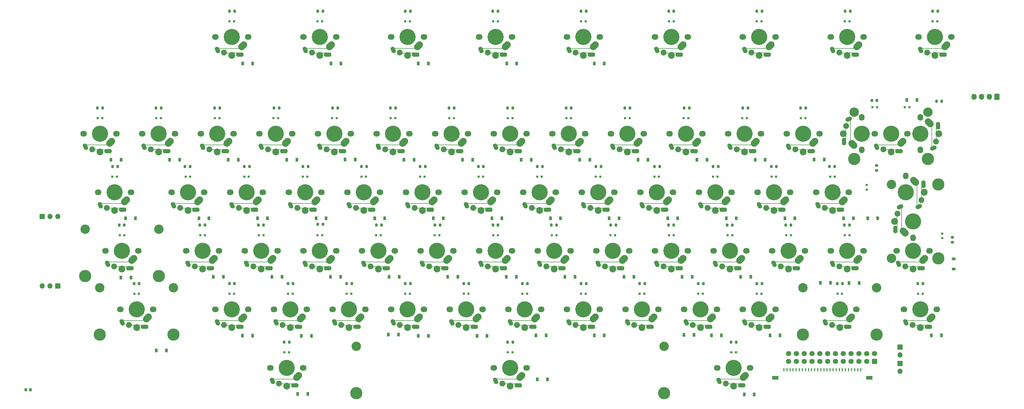
<source format=gbr>
G04 #@! TF.GenerationSoftware,KiCad,Pcbnew,(7.0.0)*
G04 #@! TF.CreationDate,2023-04-05T18:56:48-07:00*
G04 #@! TF.ProjectId,DecentXE,44656365-6e74-4584-952e-6b696361645f,12*
G04 #@! TF.SameCoordinates,Original*
G04 #@! TF.FileFunction,Soldermask,Top*
G04 #@! TF.FilePolarity,Negative*
%FSLAX46Y46*%
G04 Gerber Fmt 4.6, Leading zero omitted, Abs format (unit mm)*
G04 Created by KiCad (PCBNEW (7.0.0)) date 2023-04-05 18:56:48*
%MOMM*%
%LPD*%
G01*
G04 APERTURE LIST*
G04 Aperture macros list*
%AMRoundRect*
0 Rectangle with rounded corners*
0 $1 Rounding radius*
0 $2 $3 $4 $5 $6 $7 $8 $9 X,Y pos of 4 corners*
0 Add a 4 corners polygon primitive as box body*
4,1,4,$2,$3,$4,$5,$6,$7,$8,$9,$2,$3,0*
0 Add four circle primitives for the rounded corners*
1,1,$1+$1,$2,$3*
1,1,$1+$1,$4,$5*
1,1,$1+$1,$6,$7*
1,1,$1+$1,$8,$9*
0 Add four rect primitives between the rounded corners*
20,1,$1+$1,$2,$3,$4,$5,0*
20,1,$1+$1,$4,$5,$6,$7,0*
20,1,$1+$1,$6,$7,$8,$9,0*
20,1,$1+$1,$8,$9,$2,$3,0*%
%AMHorizOval*
0 Thick line with rounded ends*
0 $1 width*
0 $2 $3 position (X,Y) of the first rounded end (center of the circle)*
0 $4 $5 position (X,Y) of the second rounded end (center of the circle)*
0 Add line between two ends*
20,1,$1,$2,$3,$4,$5,0*
0 Add two circle primitives to create the rounded ends*
1,1,$1,$2,$3*
1,1,$1,$4,$5*%
G04 Aperture macros list end*
%ADD10O,1.700000X1.950000*%
%ADD11RoundRect,0.250000X0.600000X0.725000X-0.600000X0.725000X-0.600000X-0.725000X0.600000X-0.725000X0*%
%ADD12O,1.800000X2.200000*%
%ADD13C,5.250000*%
%ADD14HorizOval,2.200000X0.353553X-0.353553X-0.353553X0.353553X0*%
%ADD15R,0.228600X6.832600*%
%ADD16HorizOval,1.400000X-0.362523X-0.169047X0.362523X0.169047X0*%
%ADD17C,1.900000*%
%ADD18R,0.284000X1.758000*%
%ADD19R,0.254000X1.312000*%
%ADD20O,1.400000X2.500000*%
%ADD21C,2.200000*%
%ADD22R,0.800000X0.800000*%
%ADD23HorizOval,1.400000X0.362523X0.169047X-0.362523X-0.169047X0*%
%ADD24HorizOval,2.200000X-0.353553X0.353553X0.353553X-0.353553X0*%
%ADD25C,3.048000*%
%ADD26C,3.987800*%
%ADD27O,2.200000X1.800000*%
%ADD28HorizOval,1.400000X-0.169047X0.362523X0.169047X-0.362523X0*%
%ADD29R,6.832600X0.228600*%
%ADD30HorizOval,2.200000X-0.353553X-0.353553X0.353553X0.353553X0*%
%ADD31R,1.312000X0.254000*%
%ADD32R,1.758000X0.284000*%
%ADD33O,2.500000X1.400000*%
%ADD34RoundRect,0.218750X-0.218750X-0.256250X0.218750X-0.256250X0.218750X0.256250X-0.218750X0.256250X0*%
%ADD35R,0.400000X1.000000*%
%ADD36R,2.000000X1.300000*%
%ADD37RoundRect,0.200000X0.200000X0.275000X-0.200000X0.275000X-0.200000X-0.275000X0.200000X-0.275000X0*%
%ADD38R,0.900000X1.200000*%
%ADD39R,1.700000X1.700000*%
%ADD40O,1.700000X1.700000*%
%ADD41RoundRect,0.200000X-0.200000X-0.275000X0.200000X-0.275000X0.200000X0.275000X-0.200000X0.275000X0*%
%ADD42RoundRect,0.200000X0.275000X-0.200000X0.275000X0.200000X-0.275000X0.200000X-0.275000X-0.200000X0*%
%ADD43RoundRect,0.200000X-0.275000X0.200000X-0.275000X-0.200000X0.275000X-0.200000X0.275000X0.200000X0*%
%ADD44R,1.200000X0.900000*%
%ADD45RoundRect,0.250000X0.600000X-0.600000X0.600000X0.600000X-0.600000X0.600000X-0.600000X-0.600000X0*%
%ADD46C,1.700000*%
G04 APERTURE END LIST*
D10*
X337879999Y-52062499D03*
X340379999Y-52062499D03*
X342879999Y-52062499D03*
D11*
X345380000Y-52062500D03*
D12*
X320459999Y-58729999D03*
D13*
X320460000Y-64060000D03*
D12*
X320459999Y-69389999D03*
D14*
X323329999Y-60559999D03*
D15*
X324142999Y-65279199D03*
D16*
X324709999Y-68759999D03*
D17*
X325540000Y-66600000D03*
D18*
X325651999Y-62799999D03*
D19*
X325666999Y-65329999D03*
D20*
X326209999Y-61459999D03*
D21*
X326460000Y-64060000D03*
D22*
X316879999Y-55423999D03*
X315379999Y-55423999D03*
D12*
X301409999Y-58729999D03*
D13*
X301410000Y-64060000D03*
D12*
X301409999Y-69389999D03*
D23*
X297159999Y-59359999D03*
D15*
X297726999Y-62840799D03*
D24*
X298539999Y-67559999D03*
D21*
X295410000Y-64060000D03*
D20*
X295659999Y-66659999D03*
D19*
X296202999Y-62789999D03*
D18*
X296217999Y-65319999D03*
D17*
X296330000Y-61520000D03*
D22*
X306376405Y-55437015D03*
X304876405Y-55437015D03*
D25*
X282266250Y-114225000D03*
D26*
X282266250Y-129465000D03*
D27*
X288936249Y-121209999D03*
D13*
X294266250Y-121210000D03*
D27*
X299596249Y-121209999D03*
D25*
X306266250Y-114225000D03*
D26*
X306266250Y-129465000D03*
D28*
X289566249Y-125459999D03*
D29*
X293047049Y-124892999D03*
D30*
X297766249Y-124079999D03*
D17*
X291726250Y-126290000D03*
D31*
X292996249Y-126416999D03*
D21*
X294266250Y-127210000D03*
D32*
X295526249Y-126401999D03*
D33*
X296866249Y-126959999D03*
D22*
X295016249Y-116129999D03*
X293516249Y-116129999D03*
D27*
X254408124Y-140259999D03*
D13*
X259738125Y-140260000D03*
D27*
X265068124Y-140259999D03*
D28*
X255038124Y-144509999D03*
D29*
X258518924Y-143942999D03*
D30*
X263238124Y-143129999D03*
D17*
X257198125Y-145340000D03*
D31*
X258468124Y-145466999D03*
D21*
X259738125Y-146260000D03*
D32*
X260998124Y-145451999D03*
D33*
X262338124Y-146009999D03*
D22*
X260488124Y-135179999D03*
X258988124Y-135179999D03*
D27*
X109151874Y-140259999D03*
D13*
X114481875Y-140260000D03*
D27*
X119811874Y-140259999D03*
D28*
X109781874Y-144509999D03*
D29*
X113262674Y-143942999D03*
D30*
X117981874Y-143129999D03*
D17*
X111941875Y-145340000D03*
D31*
X113211874Y-145466999D03*
D21*
X114481875Y-146260000D03*
D32*
X115741874Y-145451999D03*
D33*
X117081874Y-146009999D03*
D22*
X115231874Y-135179999D03*
X113731874Y-135179999D03*
D25*
X137110000Y-133275000D03*
D26*
X137110000Y-148515000D03*
D27*
X181779999Y-140259999D03*
D13*
X187110000Y-140260000D03*
D27*
X192439999Y-140259999D03*
D25*
X237110000Y-133275000D03*
D26*
X237110000Y-148515000D03*
D28*
X182409999Y-144509999D03*
D29*
X185890799Y-143942999D03*
D30*
X190609999Y-143129999D03*
D17*
X184570000Y-145340000D03*
D31*
X185839999Y-145466999D03*
D21*
X187110000Y-146260000D03*
D32*
X188369999Y-145451999D03*
D33*
X189709999Y-146009999D03*
D22*
X187859999Y-135179999D03*
X186359999Y-135179999D03*
X64916249Y-116129999D03*
X66416249Y-116129999D03*
D33*
X68266249Y-126959999D03*
D32*
X66926249Y-126401999D03*
D21*
X65666250Y-127210000D03*
D31*
X64396249Y-126416999D03*
D17*
X63126250Y-126290000D03*
D30*
X69166249Y-124079999D03*
D29*
X64447049Y-124892999D03*
D28*
X60966249Y-125459999D03*
D26*
X77666250Y-129465000D03*
D25*
X77666250Y-114225000D03*
D27*
X70996249Y-121209999D03*
D13*
X65666250Y-121210000D03*
D27*
X60336249Y-121209999D03*
D26*
X53666250Y-129465000D03*
D25*
X53666250Y-114225000D03*
X48903750Y-95175000D03*
D26*
X48903750Y-110415000D03*
D27*
X55573749Y-102159999D03*
D13*
X60903750Y-102160000D03*
D27*
X66233749Y-102159999D03*
D25*
X72903750Y-95175000D03*
D26*
X72903750Y-110415000D03*
D28*
X56203749Y-106409999D03*
D29*
X59684549Y-105842999D03*
D30*
X64403749Y-105029999D03*
D17*
X58363750Y-107240000D03*
D31*
X59633749Y-107366999D03*
D21*
X60903750Y-108160000D03*
D32*
X62163749Y-107351999D03*
D33*
X63503749Y-107909999D03*
D22*
X61653749Y-97079999D03*
X60153749Y-97079999D03*
D27*
X53192499Y-83109999D03*
D13*
X58522500Y-83110000D03*
D27*
X63852499Y-83109999D03*
D28*
X53822499Y-87359999D03*
D29*
X57303299Y-86792999D03*
D30*
X62022499Y-85979999D03*
D17*
X55982500Y-88190000D03*
D31*
X57252499Y-88316999D03*
D21*
X58522500Y-89110000D03*
D32*
X59782499Y-88301999D03*
D33*
X61122499Y-88859999D03*
D22*
X59272499Y-78029999D03*
X57772499Y-78029999D03*
D27*
X312748749Y-102159999D03*
D13*
X318078750Y-102160000D03*
D27*
X323408749Y-102159999D03*
D28*
X313378749Y-106409999D03*
D29*
X316859549Y-105842999D03*
D30*
X321578749Y-105029999D03*
D17*
X315538750Y-107240000D03*
D31*
X316808749Y-107366999D03*
D21*
X318078750Y-108160000D03*
D32*
X319338749Y-107351999D03*
D33*
X320678749Y-107909999D03*
D22*
X327603749Y-98087749D03*
X327603749Y-96587749D03*
D27*
X291317499Y-102159999D03*
D13*
X296647500Y-102160000D03*
D27*
X301977499Y-102159999D03*
D28*
X291947499Y-106409999D03*
D29*
X295428299Y-105842999D03*
D30*
X300147499Y-105029999D03*
D17*
X294107500Y-107240000D03*
D31*
X295377499Y-107366999D03*
D21*
X296647500Y-108160000D03*
D32*
X297907499Y-107351999D03*
D33*
X299247499Y-107909999D03*
D22*
X297397499Y-97079999D03*
X295897499Y-97079999D03*
D27*
X181779999Y-64059999D03*
D13*
X187110000Y-64060000D03*
D27*
X192439999Y-64059999D03*
D28*
X182409999Y-68309999D03*
D29*
X185890799Y-67742999D03*
D30*
X190609999Y-66929999D03*
D17*
X184570000Y-69140000D03*
D31*
X185839999Y-69266999D03*
D21*
X187110000Y-70060000D03*
D32*
X188369999Y-69251999D03*
D33*
X189709999Y-69809999D03*
D22*
X187859999Y-58979999D03*
X186359999Y-58979999D03*
D27*
X86529999Y-64059999D03*
D13*
X91860000Y-64060000D03*
D27*
X97189999Y-64059999D03*
D28*
X87159999Y-68309999D03*
D29*
X90640799Y-67742999D03*
D30*
X95359999Y-66929999D03*
D17*
X89320000Y-69140000D03*
D31*
X90589999Y-69266999D03*
D21*
X91860000Y-70060000D03*
D32*
X93119999Y-69251999D03*
D33*
X94459999Y-69809999D03*
D22*
X92609999Y-58979999D03*
X91109999Y-58979999D03*
D27*
X257979999Y-64059999D03*
D13*
X263310000Y-64060000D03*
D27*
X268639999Y-64059999D03*
D28*
X258609999Y-68309999D03*
D29*
X262090799Y-67742999D03*
D30*
X266809999Y-66929999D03*
D17*
X260770000Y-69140000D03*
D31*
X262039999Y-69266999D03*
D21*
X263310000Y-70060000D03*
D32*
X264569999Y-69251999D03*
D33*
X265909999Y-69809999D03*
D22*
X264059999Y-58979999D03*
X262559999Y-58979999D03*
D27*
X67479999Y-64059999D03*
D13*
X72810000Y-64060000D03*
D27*
X78139999Y-64059999D03*
D28*
X68109999Y-68309999D03*
D29*
X71590799Y-67742999D03*
D30*
X76309999Y-66929999D03*
D17*
X70270000Y-69140000D03*
D31*
X71539999Y-69266999D03*
D21*
X72810000Y-70060000D03*
D32*
X74069999Y-69251999D03*
D33*
X75409999Y-69809999D03*
D22*
X73559999Y-58979999D03*
X72059999Y-58979999D03*
D27*
X124629999Y-64059999D03*
D13*
X129960000Y-64060000D03*
D27*
X135289999Y-64059999D03*
D28*
X125259999Y-68309999D03*
D29*
X128740799Y-67742999D03*
D30*
X133459999Y-66929999D03*
D17*
X127420000Y-69140000D03*
D31*
X128689999Y-69266999D03*
D21*
X129960000Y-70060000D03*
D32*
X131219999Y-69251999D03*
D33*
X132559999Y-69809999D03*
D22*
X130709999Y-58979999D03*
X129209999Y-58979999D03*
D27*
X277029999Y-64059999D03*
D13*
X282360000Y-64060000D03*
D27*
X287689999Y-64059999D03*
D28*
X277659999Y-68309999D03*
D29*
X281140799Y-67742999D03*
D30*
X285859999Y-66929999D03*
D17*
X279820000Y-69140000D03*
D31*
X281089999Y-69266999D03*
D21*
X282360000Y-70060000D03*
D32*
X283619999Y-69251999D03*
D33*
X284959999Y-69809999D03*
D22*
X283109999Y-58979999D03*
X281609999Y-58979999D03*
D27*
X105579999Y-64059999D03*
D13*
X110910000Y-64060000D03*
D27*
X116239999Y-64059999D03*
D28*
X106209999Y-68309999D03*
D29*
X109690799Y-67742999D03*
D30*
X114409999Y-66929999D03*
D17*
X108370000Y-69140000D03*
D31*
X109639999Y-69266999D03*
D21*
X110910000Y-70060000D03*
D32*
X112169999Y-69251999D03*
D33*
X113509999Y-69809999D03*
D22*
X111659999Y-58979999D03*
X110159999Y-58979999D03*
D27*
X143679999Y-64059999D03*
D13*
X149010000Y-64060000D03*
D27*
X154339999Y-64059999D03*
D28*
X144309999Y-68309999D03*
D29*
X147790799Y-67742999D03*
D30*
X152509999Y-66929999D03*
D17*
X146470000Y-69140000D03*
D31*
X147739999Y-69266999D03*
D21*
X149010000Y-70060000D03*
D32*
X150269999Y-69251999D03*
D33*
X151609999Y-69809999D03*
D22*
X149759999Y-58979999D03*
X148259999Y-58979999D03*
D27*
X238929999Y-64059999D03*
D13*
X244260000Y-64060000D03*
D27*
X249589999Y-64059999D03*
D28*
X239559999Y-68309999D03*
D29*
X243040799Y-67742999D03*
D30*
X247759999Y-66929999D03*
D17*
X241720000Y-69140000D03*
D31*
X242989999Y-69266999D03*
D21*
X244260000Y-70060000D03*
D32*
X245519999Y-69251999D03*
D33*
X246859999Y-69809999D03*
D22*
X245009999Y-58979999D03*
X243509999Y-58979999D03*
D27*
X219879999Y-64059999D03*
D13*
X225210000Y-64060000D03*
D27*
X230539999Y-64059999D03*
D28*
X220509999Y-68309999D03*
D29*
X223990799Y-67742999D03*
D30*
X228709999Y-66929999D03*
D17*
X222670000Y-69140000D03*
D31*
X223939999Y-69266999D03*
D21*
X225210000Y-70060000D03*
D32*
X226469999Y-69251999D03*
D33*
X227809999Y-69809999D03*
D22*
X225959999Y-58979999D03*
X224459999Y-58979999D03*
D27*
X162729999Y-64059999D03*
D13*
X168060000Y-64060000D03*
D27*
X173389999Y-64059999D03*
D28*
X163359999Y-68309999D03*
D29*
X166840799Y-67742999D03*
D30*
X171559999Y-66929999D03*
D17*
X165520000Y-69140000D03*
D31*
X166789999Y-69266999D03*
D21*
X168060000Y-70060000D03*
D32*
X169319999Y-69251999D03*
D33*
X170659999Y-69809999D03*
D22*
X168809999Y-58979999D03*
X167309999Y-58979999D03*
D27*
X200829999Y-64059999D03*
D13*
X206160000Y-64060000D03*
D27*
X211489999Y-64059999D03*
D28*
X201459999Y-68309999D03*
D29*
X204940799Y-67742999D03*
D30*
X209659999Y-66929999D03*
D17*
X203620000Y-69140000D03*
D31*
X204889999Y-69266999D03*
D21*
X206160000Y-70060000D03*
D32*
X207419999Y-69251999D03*
D33*
X208759999Y-69809999D03*
D22*
X206909999Y-58979999D03*
X205409999Y-58979999D03*
D27*
X229404999Y-83109999D03*
D13*
X234735000Y-83110000D03*
D27*
X240064999Y-83109999D03*
D28*
X230034999Y-87359999D03*
D29*
X233515799Y-86792999D03*
D30*
X238234999Y-85979999D03*
D17*
X232195000Y-88190000D03*
D31*
X233464999Y-88316999D03*
D21*
X234735000Y-89110000D03*
D32*
X235994999Y-88301999D03*
D33*
X237334999Y-88859999D03*
D22*
X235484999Y-78029999D03*
X233984999Y-78029999D03*
D27*
X115104999Y-83109999D03*
D13*
X120435000Y-83110000D03*
D27*
X125764999Y-83109999D03*
D28*
X115734999Y-87359999D03*
D29*
X119215799Y-86792999D03*
D30*
X123934999Y-85979999D03*
D17*
X117895000Y-88190000D03*
D31*
X119164999Y-88316999D03*
D21*
X120435000Y-89110000D03*
D32*
X121694999Y-88301999D03*
D33*
X123034999Y-88859999D03*
D22*
X121184999Y-78029999D03*
X119684999Y-78029999D03*
D27*
X134154999Y-83109999D03*
D13*
X139485000Y-83110000D03*
D27*
X144814999Y-83109999D03*
D28*
X134784999Y-87359999D03*
D29*
X138265799Y-86792999D03*
D30*
X142984999Y-85979999D03*
D17*
X136945000Y-88190000D03*
D31*
X138214999Y-88316999D03*
D21*
X139485000Y-89110000D03*
D32*
X140744999Y-88301999D03*
D33*
X142084999Y-88859999D03*
D22*
X140234999Y-78029999D03*
X138734999Y-78029999D03*
D27*
X267504999Y-83109999D03*
D13*
X272835000Y-83110000D03*
D27*
X278164999Y-83109999D03*
D28*
X268134999Y-87359999D03*
D29*
X271615799Y-86792999D03*
D30*
X276334999Y-85979999D03*
D17*
X270295000Y-88190000D03*
D31*
X271564999Y-88316999D03*
D21*
X272835000Y-89110000D03*
D32*
X274094999Y-88301999D03*
D33*
X275434999Y-88859999D03*
D22*
X273584999Y-78029999D03*
X272084999Y-78029999D03*
D27*
X286554999Y-83109999D03*
D13*
X291885000Y-83110000D03*
D27*
X297214999Y-83109999D03*
D28*
X287184999Y-87359999D03*
D29*
X290665799Y-86792999D03*
D30*
X295384999Y-85979999D03*
D17*
X289345000Y-88190000D03*
D31*
X290614999Y-88316999D03*
D21*
X291885000Y-89110000D03*
D32*
X293144999Y-88301999D03*
D33*
X294484999Y-88859999D03*
D22*
X292634999Y-78029999D03*
X291134999Y-78029999D03*
D27*
X210354999Y-83109999D03*
D13*
X215685000Y-83110000D03*
D27*
X221014999Y-83109999D03*
D28*
X210984999Y-87359999D03*
D29*
X214465799Y-86792999D03*
D30*
X219184999Y-85979999D03*
D17*
X213145000Y-88190000D03*
D31*
X214414999Y-88316999D03*
D21*
X215685000Y-89110000D03*
D32*
X216944999Y-88301999D03*
D33*
X218284999Y-88859999D03*
D22*
X216434999Y-78029999D03*
X214934999Y-78029999D03*
D27*
X77004999Y-83109999D03*
D13*
X82335000Y-83110000D03*
D27*
X87664999Y-83109999D03*
D28*
X77634999Y-87359999D03*
D29*
X81115799Y-86792999D03*
D30*
X85834999Y-85979999D03*
D17*
X79795000Y-88190000D03*
D31*
X81064999Y-88316999D03*
D21*
X82335000Y-89110000D03*
D32*
X83594999Y-88301999D03*
D33*
X84934999Y-88859999D03*
D22*
X83084999Y-78029999D03*
X81584999Y-78029999D03*
D27*
X248454999Y-83109999D03*
D13*
X253785000Y-83110000D03*
D27*
X259114999Y-83109999D03*
D28*
X249084999Y-87359999D03*
D29*
X252565799Y-86792999D03*
D30*
X257284999Y-85979999D03*
D17*
X251245000Y-88190000D03*
D31*
X252514999Y-88316999D03*
D21*
X253785000Y-89110000D03*
D32*
X255044999Y-88301999D03*
D33*
X256384999Y-88859999D03*
D22*
X254534999Y-78029999D03*
X253034999Y-78029999D03*
D27*
X191304999Y-83109999D03*
D13*
X196635000Y-83110000D03*
D27*
X201964999Y-83109999D03*
D28*
X191934999Y-87359999D03*
D29*
X195415799Y-86792999D03*
D30*
X200134999Y-85979999D03*
D17*
X194095000Y-88190000D03*
D31*
X195364999Y-88316999D03*
D21*
X196635000Y-89110000D03*
D32*
X197894999Y-88301999D03*
D33*
X199234999Y-88859999D03*
D22*
X197384999Y-78029999D03*
X195884999Y-78029999D03*
D27*
X153204999Y-83109999D03*
D13*
X158535000Y-83110000D03*
D27*
X163864999Y-83109999D03*
D28*
X153834999Y-87359999D03*
D29*
X157315799Y-86792999D03*
D30*
X162034999Y-85979999D03*
D17*
X155995000Y-88190000D03*
D31*
X157264999Y-88316999D03*
D21*
X158535000Y-89110000D03*
D32*
X159794999Y-88301999D03*
D33*
X161134999Y-88859999D03*
D22*
X159284999Y-78029999D03*
X157784999Y-78029999D03*
D27*
X172254999Y-83109999D03*
D13*
X177585000Y-83110000D03*
D27*
X182914999Y-83109999D03*
D28*
X172884999Y-87359999D03*
D29*
X176365799Y-86792999D03*
D30*
X181084999Y-85979999D03*
D17*
X175045000Y-88190000D03*
D31*
X176314999Y-88316999D03*
D21*
X177585000Y-89110000D03*
D32*
X178844999Y-88301999D03*
D33*
X180184999Y-88859999D03*
D22*
X178334999Y-78029999D03*
X176834999Y-78029999D03*
D27*
X96054999Y-83109999D03*
D13*
X101385000Y-83110000D03*
D27*
X106714999Y-83109999D03*
D28*
X96684999Y-87359999D03*
D29*
X100165799Y-86792999D03*
D30*
X104884999Y-85979999D03*
D17*
X98845000Y-88190000D03*
D31*
X100114999Y-88316999D03*
D21*
X101385000Y-89110000D03*
D32*
X102644999Y-88301999D03*
D33*
X103984999Y-88859999D03*
D22*
X102134999Y-78029999D03*
X100634999Y-78029999D03*
D27*
X91292499Y-121209999D03*
D13*
X96622500Y-121210000D03*
D27*
X101952499Y-121209999D03*
D28*
X91922499Y-125459999D03*
D29*
X95403299Y-124892999D03*
D30*
X100122499Y-124079999D03*
D17*
X94082500Y-126290000D03*
D31*
X95352499Y-126416999D03*
D21*
X96622500Y-127210000D03*
D32*
X97882499Y-126401999D03*
D33*
X99222499Y-126959999D03*
D22*
X97372499Y-116129999D03*
X95872499Y-116129999D03*
D27*
X110342499Y-121209999D03*
D13*
X115672500Y-121210000D03*
D27*
X121002499Y-121209999D03*
D28*
X110972499Y-125459999D03*
D29*
X114453299Y-124892999D03*
D30*
X119172499Y-124079999D03*
D17*
X113132500Y-126290000D03*
D31*
X114402499Y-126416999D03*
D21*
X115672500Y-127210000D03*
D32*
X116932499Y-126401999D03*
D33*
X118272499Y-126959999D03*
D22*
X116422499Y-116129999D03*
X114922499Y-116129999D03*
D27*
X148442499Y-121209999D03*
D13*
X153772500Y-121210000D03*
D27*
X159102499Y-121209999D03*
D28*
X149072499Y-125459999D03*
D29*
X152553299Y-124892999D03*
D30*
X157272499Y-124079999D03*
D17*
X151232500Y-126290000D03*
D31*
X152502499Y-126416999D03*
D21*
X153772500Y-127210000D03*
D32*
X155032499Y-126401999D03*
D33*
X156372499Y-126959999D03*
D22*
X154522499Y-116129999D03*
X153022499Y-116129999D03*
D27*
X262742499Y-121209999D03*
D13*
X268072500Y-121210000D03*
D27*
X273402499Y-121209999D03*
D28*
X263372499Y-125459999D03*
D29*
X266853299Y-124892999D03*
D30*
X271572499Y-124079999D03*
D17*
X265532500Y-126290000D03*
D31*
X266802499Y-126416999D03*
D21*
X268072500Y-127210000D03*
D32*
X269332499Y-126401999D03*
D33*
X270672499Y-126959999D03*
D22*
X268822499Y-116129999D03*
X267322499Y-116129999D03*
D27*
X253217499Y-102159999D03*
D13*
X258547500Y-102160000D03*
D27*
X263877499Y-102159999D03*
D28*
X253847499Y-106409999D03*
D29*
X257328299Y-105842999D03*
D30*
X262047499Y-105029999D03*
D17*
X256007500Y-107240000D03*
D31*
X257277499Y-107366999D03*
D21*
X258547500Y-108160000D03*
D32*
X259807499Y-107351999D03*
D33*
X261147499Y-107909999D03*
D22*
X259297499Y-97079999D03*
X257797499Y-97079999D03*
D27*
X100817499Y-102159999D03*
D13*
X106147500Y-102160000D03*
D27*
X111477499Y-102159999D03*
D28*
X101447499Y-106409999D03*
D29*
X104928299Y-105842999D03*
D30*
X109647499Y-105029999D03*
D17*
X103607500Y-107240000D03*
D31*
X104877499Y-107366999D03*
D21*
X106147500Y-108160000D03*
D32*
X107407499Y-107351999D03*
D33*
X108747499Y-107909999D03*
D22*
X106897499Y-97079999D03*
X105397499Y-97079999D03*
D27*
X272267499Y-102159999D03*
D13*
X277597500Y-102160000D03*
D27*
X282927499Y-102159999D03*
D28*
X272897499Y-106409999D03*
D29*
X276378299Y-105842999D03*
D30*
X281097499Y-105029999D03*
D17*
X275057500Y-107240000D03*
D31*
X276327499Y-107366999D03*
D21*
X277597500Y-108160000D03*
D32*
X278857499Y-107351999D03*
D33*
X280197499Y-107909999D03*
D22*
X278347499Y-97079999D03*
X276847499Y-97079999D03*
D27*
X243692499Y-121209999D03*
D13*
X249022500Y-121210000D03*
D27*
X254352499Y-121209999D03*
D28*
X244322499Y-125459999D03*
D29*
X247803299Y-124892999D03*
D30*
X252522499Y-124079999D03*
D17*
X246482500Y-126290000D03*
D31*
X247752499Y-126416999D03*
D21*
X249022500Y-127210000D03*
D32*
X250282499Y-126401999D03*
D33*
X251622499Y-126959999D03*
D22*
X249772499Y-116129999D03*
X248272499Y-116129999D03*
D27*
X186542499Y-121209999D03*
D13*
X191872500Y-121210000D03*
D27*
X197202499Y-121209999D03*
D28*
X187172499Y-125459999D03*
D29*
X190653299Y-124892999D03*
D30*
X195372499Y-124079999D03*
D17*
X189332500Y-126290000D03*
D31*
X190602499Y-126416999D03*
D21*
X191872500Y-127210000D03*
D32*
X193132499Y-126401999D03*
D33*
X194472499Y-126959999D03*
D22*
X192622499Y-116129999D03*
X191122499Y-116129999D03*
D27*
X205592499Y-121209999D03*
D13*
X210922500Y-121210000D03*
D27*
X216252499Y-121209999D03*
D28*
X206222499Y-125459999D03*
D29*
X209703299Y-124892999D03*
D30*
X214422499Y-124079999D03*
D17*
X208382500Y-126290000D03*
D31*
X209652499Y-126416999D03*
D21*
X210922500Y-127210000D03*
D32*
X212182499Y-126401999D03*
D33*
X213522499Y-126959999D03*
D22*
X211672499Y-116129999D03*
X210172499Y-116129999D03*
D27*
X234167499Y-102159999D03*
D13*
X239497500Y-102160000D03*
D27*
X244827499Y-102159999D03*
D28*
X234797499Y-106409999D03*
D29*
X238278299Y-105842999D03*
D30*
X242997499Y-105029999D03*
D17*
X236957500Y-107240000D03*
D31*
X238227499Y-107366999D03*
D21*
X239497500Y-108160000D03*
D32*
X240757499Y-107351999D03*
D33*
X242097499Y-107909999D03*
D22*
X240247499Y-97079999D03*
X238747499Y-97079999D03*
D27*
X215117499Y-102159999D03*
D13*
X220447500Y-102160000D03*
D27*
X225777499Y-102159999D03*
D28*
X215747499Y-106409999D03*
D29*
X219228299Y-105842999D03*
D30*
X223947499Y-105029999D03*
D17*
X217907500Y-107240000D03*
D31*
X219177499Y-107366999D03*
D21*
X220447500Y-108160000D03*
D32*
X221707499Y-107351999D03*
D33*
X223047499Y-107909999D03*
D22*
X221197499Y-97079999D03*
X219697499Y-97079999D03*
D27*
X196067499Y-102159999D03*
D13*
X201397500Y-102160000D03*
D27*
X206727499Y-102159999D03*
D28*
X196697499Y-106409999D03*
D29*
X200178299Y-105842999D03*
D30*
X204897499Y-105029999D03*
D17*
X198857500Y-107240000D03*
D31*
X200127499Y-107366999D03*
D21*
X201397500Y-108160000D03*
D32*
X202657499Y-107351999D03*
D33*
X203997499Y-107909999D03*
D22*
X202147499Y-97079999D03*
X200647499Y-97079999D03*
D27*
X315129999Y-121209999D03*
D13*
X320460000Y-121210000D03*
D27*
X325789999Y-121209999D03*
D28*
X315759999Y-125459999D03*
D29*
X319240799Y-124892999D03*
D30*
X323959999Y-124079999D03*
D17*
X317920000Y-126290000D03*
D31*
X319189999Y-126416999D03*
D21*
X320460000Y-127210000D03*
D32*
X321719999Y-126401999D03*
D33*
X323059999Y-126959999D03*
D22*
X321209999Y-116129999D03*
X319709999Y-116129999D03*
D27*
X177017499Y-102159999D03*
D13*
X182347500Y-102160000D03*
D27*
X187677499Y-102159999D03*
D28*
X177647499Y-106409999D03*
D29*
X181128299Y-105842999D03*
D30*
X185847499Y-105029999D03*
D17*
X179807500Y-107240000D03*
D31*
X181077499Y-107366999D03*
D21*
X182347500Y-108160000D03*
D32*
X183607499Y-107351999D03*
D33*
X184947499Y-107909999D03*
D22*
X183097499Y-97079999D03*
X181597499Y-97079999D03*
D27*
X157967499Y-102159999D03*
D13*
X163297500Y-102160000D03*
D27*
X168627499Y-102159999D03*
D28*
X158597499Y-106409999D03*
D29*
X162078299Y-105842999D03*
D30*
X166797499Y-105029999D03*
D17*
X160757500Y-107240000D03*
D31*
X162027499Y-107366999D03*
D21*
X163297500Y-108160000D03*
D32*
X164557499Y-107351999D03*
D33*
X165897499Y-107909999D03*
D22*
X164047499Y-97079999D03*
X162547499Y-97079999D03*
D27*
X138917499Y-102159999D03*
D13*
X144247500Y-102160000D03*
D27*
X149577499Y-102159999D03*
D28*
X139547499Y-106409999D03*
D29*
X143028299Y-105842999D03*
D30*
X147747499Y-105029999D03*
D17*
X141707500Y-107240000D03*
D31*
X142977499Y-107366999D03*
D21*
X144247500Y-108160000D03*
D32*
X145507499Y-107351999D03*
D33*
X146847499Y-107909999D03*
D22*
X144997499Y-97079999D03*
X143497499Y-97079999D03*
D27*
X119867499Y-102159999D03*
D13*
X125197500Y-102160000D03*
D27*
X130527499Y-102159999D03*
D28*
X120497499Y-106409999D03*
D29*
X123978299Y-105842999D03*
D30*
X128697499Y-105029999D03*
D17*
X122657500Y-107240000D03*
D31*
X123927499Y-107366999D03*
D21*
X125197500Y-108160000D03*
D32*
X126457499Y-107351999D03*
D33*
X127797499Y-107909999D03*
D22*
X125947499Y-97079999D03*
X124447499Y-97079999D03*
D27*
X224642499Y-121209999D03*
D13*
X229972500Y-121210000D03*
D27*
X235302499Y-121209999D03*
D28*
X225272499Y-125459999D03*
D29*
X228753299Y-124892999D03*
D30*
X233472499Y-124079999D03*
D17*
X227432500Y-126290000D03*
D31*
X228702499Y-126416999D03*
D21*
X229972500Y-127210000D03*
D32*
X231232499Y-126401999D03*
D33*
X232572499Y-126959999D03*
D22*
X230722499Y-116129999D03*
X229222499Y-116129999D03*
D27*
X129392499Y-121209999D03*
D13*
X134722500Y-121210000D03*
D27*
X140052499Y-121209999D03*
D28*
X130022499Y-125459999D03*
D29*
X133503299Y-124892999D03*
D30*
X138222499Y-124079999D03*
D17*
X132182500Y-126290000D03*
D31*
X133452499Y-126416999D03*
D21*
X134722500Y-127210000D03*
D32*
X135982499Y-126401999D03*
D33*
X137322499Y-126959999D03*
D22*
X135472499Y-116129999D03*
X133972499Y-116129999D03*
D27*
X167492499Y-121209999D03*
D13*
X172822500Y-121210000D03*
D27*
X178152499Y-121209999D03*
D28*
X168122499Y-125459999D03*
D29*
X171603299Y-124892999D03*
D30*
X176322499Y-124079999D03*
D17*
X170282500Y-126290000D03*
D31*
X171552499Y-126416999D03*
D21*
X172822500Y-127210000D03*
D32*
X174082499Y-126401999D03*
D33*
X175422499Y-126959999D03*
D22*
X173572499Y-116129999D03*
X172072499Y-116129999D03*
D27*
X81767499Y-102159999D03*
D13*
X87097500Y-102160000D03*
D27*
X92427499Y-102159999D03*
D28*
X82397499Y-106409999D03*
D29*
X85878299Y-105842999D03*
D30*
X90597499Y-105029999D03*
D17*
X84557500Y-107240000D03*
D31*
X85827499Y-107366999D03*
D21*
X87097500Y-108160000D03*
D32*
X88357499Y-107351999D03*
D33*
X89697499Y-107909999D03*
D22*
X87847499Y-97079999D03*
X86347499Y-97079999D03*
D27*
X48429999Y-64059999D03*
D13*
X53760000Y-64060000D03*
D27*
X59089999Y-64059999D03*
D28*
X49059999Y-68309999D03*
D29*
X52540799Y-67742999D03*
D30*
X57259999Y-66929999D03*
D17*
X51220000Y-69140000D03*
D31*
X52489999Y-69266999D03*
D21*
X53760000Y-70060000D03*
D32*
X55019999Y-69251999D03*
D33*
X56359999Y-69809999D03*
D22*
X54509999Y-58979999D03*
X53009999Y-58979999D03*
D34*
X29612500Y-147400000D03*
X31187500Y-147400000D03*
D27*
X205592499Y-32609999D03*
D13*
X210922500Y-32610000D03*
D27*
X216252499Y-32609999D03*
D28*
X206222499Y-36859999D03*
D29*
X209703299Y-36292999D03*
D30*
X214422499Y-35479999D03*
D17*
X208382500Y-37690000D03*
D31*
X209652499Y-37816999D03*
D21*
X210922500Y-38610000D03*
D32*
X212182499Y-37801999D03*
D33*
X213522499Y-38359999D03*
D22*
X211672499Y-27529999D03*
X210172499Y-27529999D03*
D27*
X291329999Y-32609999D03*
D13*
X296660000Y-32610000D03*
D27*
X301989999Y-32609999D03*
D28*
X291959999Y-36859999D03*
D29*
X295440799Y-36292999D03*
D30*
X300159999Y-35479999D03*
D17*
X294120000Y-37690000D03*
D31*
X295389999Y-37816999D03*
D21*
X296660000Y-38610000D03*
D32*
X297919999Y-37801999D03*
D33*
X299259999Y-38359999D03*
D22*
X297409999Y-27529999D03*
X295909999Y-27529999D03*
D27*
X262742499Y-32609999D03*
D13*
X268072500Y-32610000D03*
D27*
X273402499Y-32609999D03*
D28*
X263372499Y-36859999D03*
D29*
X266853299Y-36292999D03*
D30*
X271572499Y-35479999D03*
D17*
X265532500Y-37690000D03*
D31*
X266802499Y-37816999D03*
D21*
X268072500Y-38610000D03*
D32*
X269332499Y-37801999D03*
D33*
X270672499Y-38359999D03*
D22*
X268822499Y-27529999D03*
X267322499Y-27529999D03*
D27*
X234167499Y-32609999D03*
D13*
X239497500Y-32610000D03*
D27*
X244827499Y-32609999D03*
D28*
X234797499Y-36859999D03*
D29*
X238278299Y-36292999D03*
D30*
X242997499Y-35479999D03*
D17*
X236957500Y-37690000D03*
D31*
X238227499Y-37816999D03*
D21*
X239497500Y-38610000D03*
D32*
X240757499Y-37801999D03*
D33*
X242097499Y-38359999D03*
D22*
X240247499Y-27529999D03*
X238747499Y-27529999D03*
D12*
X315697499Y-77779999D03*
D13*
X315697500Y-83110000D03*
D14*
X318567499Y-79609999D03*
D15*
X319380499Y-84329199D03*
D16*
X319947499Y-87809999D03*
D17*
X320777500Y-85650000D03*
D18*
X320889499Y-81849999D03*
D19*
X320904499Y-84379999D03*
D20*
X321447499Y-80509999D03*
D21*
X321697500Y-83110000D03*
D22*
X303014499Y-80819749D03*
X303014499Y-82319749D03*
D35*
X301099999Y-140860999D03*
X300099999Y-140860999D03*
X299099999Y-140860999D03*
X298099999Y-140860999D03*
X297099999Y-140860999D03*
X296099999Y-140860999D03*
X295099999Y-140860999D03*
X294099999Y-140860999D03*
X293099999Y-140860999D03*
X292099999Y-140860999D03*
X291099999Y-140860999D03*
X290099999Y-140860999D03*
X289099999Y-140860999D03*
X288099999Y-140860999D03*
X287099999Y-140860999D03*
X286099999Y-140860999D03*
X285099999Y-140860999D03*
X284099999Y-140860999D03*
X283099999Y-140860999D03*
X282099999Y-140860999D03*
X281099999Y-140860999D03*
X280099999Y-140860999D03*
X279099999Y-140860999D03*
X278099999Y-140860999D03*
X277099999Y-140860999D03*
X276099999Y-140860999D03*
D36*
X273299999Y-143560999D03*
X303899999Y-143560999D03*
D37*
X187935000Y-55725625D03*
X186285000Y-55725625D03*
D27*
X91292499Y-32609999D03*
D13*
X96622500Y-32610000D03*
D27*
X101952499Y-32609999D03*
D28*
X91922499Y-36859999D03*
D29*
X95403299Y-36292999D03*
D30*
X100122499Y-35479999D03*
D17*
X94082500Y-37690000D03*
D31*
X95352499Y-37816999D03*
D21*
X96622500Y-38610000D03*
D32*
X97882499Y-37801999D03*
D33*
X99222499Y-38359999D03*
D22*
X97372499Y-27529999D03*
X95872499Y-27529999D03*
D27*
X119867499Y-32609999D03*
D13*
X125197500Y-32610000D03*
D27*
X130527499Y-32609999D03*
D28*
X120497499Y-36859999D03*
D29*
X123978299Y-36292999D03*
D30*
X128697499Y-35479999D03*
D17*
X122657500Y-37690000D03*
D31*
X123927499Y-37816999D03*
D21*
X125197500Y-38610000D03*
D32*
X126457499Y-37801999D03*
D33*
X127797499Y-38359999D03*
D22*
X125947499Y-27529999D03*
X124447499Y-27529999D03*
D27*
X148442499Y-32609999D03*
D13*
X153772500Y-32610000D03*
D27*
X159102499Y-32609999D03*
D28*
X149072499Y-36859999D03*
D29*
X152553299Y-36292999D03*
D30*
X157272499Y-35479999D03*
D17*
X151232500Y-37690000D03*
D31*
X152502499Y-37816999D03*
D21*
X153772500Y-38610000D03*
D32*
X155032499Y-37801999D03*
D33*
X156372499Y-38359999D03*
D22*
X154522499Y-27529999D03*
X153022499Y-27529999D03*
D27*
X177017499Y-32609999D03*
D13*
X182347500Y-32610000D03*
D27*
X187677499Y-32609999D03*
D28*
X177647499Y-36859999D03*
D29*
X181128299Y-36292999D03*
D30*
X185847499Y-35479999D03*
D17*
X179807500Y-37690000D03*
D31*
X181077499Y-37816999D03*
D21*
X182347500Y-38610000D03*
D32*
X183607499Y-37801999D03*
D33*
X184947499Y-38359999D03*
D22*
X183097499Y-27529999D03*
X181597499Y-27529999D03*
D38*
X63849999Y-110899999D03*
X60549999Y-110899999D03*
D39*
X40028999Y-113589999D03*
D40*
X37488999Y-113589999D03*
X34948999Y-113589999D03*
D39*
X34963999Y-90983999D03*
D40*
X37503999Y-90983999D03*
X40043999Y-90983999D03*
D37*
X168885000Y-55678000D03*
X167235000Y-55678000D03*
X197587000Y-74728000D03*
X195937000Y-74728000D03*
X97511000Y-24182000D03*
X95861000Y-24182000D03*
X192697500Y-112875625D03*
X191047500Y-112875625D03*
X154661000Y-24182000D03*
X153011000Y-24182000D03*
X183172500Y-93778000D03*
X181522500Y-93778000D03*
X187935000Y-131925625D03*
X186285000Y-131925625D03*
X211811000Y-24182000D03*
X210161000Y-24182000D03*
X206922000Y-55678000D03*
X205272000Y-55678000D03*
X149835000Y-55678000D03*
X148185000Y-55678000D03*
X216637000Y-74728000D03*
X214987000Y-74728000D03*
X159487000Y-74728000D03*
X157837000Y-74728000D03*
X221463000Y-93778000D03*
X219813000Y-93778000D03*
X164313000Y-93778000D03*
X162663000Y-93778000D03*
X211811000Y-112828000D03*
X210161000Y-112828000D03*
X173647500Y-112875625D03*
X171997500Y-112875625D03*
X226035000Y-55678000D03*
X224385000Y-55678000D03*
X131039000Y-55678000D03*
X129389000Y-55678000D03*
X235687000Y-74728000D03*
X234037000Y-74728000D03*
X140437000Y-74728000D03*
X138787000Y-74728000D03*
X240259000Y-93778000D03*
X238609000Y-93778000D03*
X145263000Y-93778000D03*
X143613000Y-93778000D03*
X230861000Y-112828000D03*
X229211000Y-112828000D03*
X154661000Y-112828000D03*
X153011000Y-112828000D03*
X245339000Y-55678000D03*
X243689000Y-55678000D03*
X111989000Y-55678000D03*
X110339000Y-55678000D03*
X254737000Y-74728000D03*
X253087000Y-74728000D03*
X121387000Y-74728000D03*
X119737000Y-74728000D03*
X259309000Y-93778000D03*
X257659000Y-93778000D03*
X126213000Y-93524000D03*
X124563000Y-93524000D03*
X249911000Y-112828000D03*
X248261000Y-112828000D03*
X135611000Y-112828000D03*
X133961000Y-112828000D03*
X264389000Y-55678000D03*
X262739000Y-55678000D03*
X273660000Y-74728000D03*
X272010000Y-74728000D03*
X102337000Y-74728000D03*
X100687000Y-74728000D03*
X278359000Y-93778000D03*
X276709000Y-93778000D03*
X106909000Y-93778000D03*
X105259000Y-93778000D03*
X268961000Y-112828000D03*
X267311000Y-112828000D03*
X116497500Y-112875625D03*
X114847500Y-112875625D03*
X73635000Y-55678000D03*
X71985000Y-55678000D03*
X292583000Y-74728000D03*
X290933000Y-74728000D03*
X83033000Y-74728000D03*
X81383000Y-74728000D03*
X297409000Y-93778000D03*
X295759000Y-93778000D03*
X87859000Y-93778000D03*
X86209000Y-93778000D03*
X321285000Y-112828000D03*
X319635000Y-112828000D03*
X97447500Y-112875625D03*
X95797500Y-112875625D03*
X306325000Y-53300000D03*
X304675000Y-53300000D03*
D41*
X52935000Y-55678000D03*
X54585000Y-55678000D03*
D42*
X306236000Y-76061000D03*
X306236000Y-74411000D03*
D37*
X59502000Y-74728000D03*
X57852000Y-74728000D03*
X126213000Y-24182000D03*
X124563000Y-24182000D03*
D43*
X330874000Y-97779000D03*
X330874000Y-99429000D03*
D41*
X325731000Y-53500000D03*
X327381000Y-53500000D03*
D37*
X115306875Y-131925625D03*
X113656875Y-131925625D03*
X240322500Y-24182000D03*
X238672500Y-24182000D03*
X268961000Y-24182000D03*
X267311000Y-24182000D03*
X297663000Y-24182000D03*
X296013000Y-24182000D03*
X326111000Y-24182000D03*
X324461000Y-24182000D03*
X178410000Y-74728000D03*
X176760000Y-74728000D03*
X202159000Y-93778000D03*
X200509000Y-93778000D03*
X92685000Y-55678000D03*
X91035000Y-55678000D03*
X283185000Y-55678000D03*
X281535000Y-55678000D03*
X183109000Y-24182000D03*
X181459000Y-24182000D03*
X295123000Y-112828000D03*
X293473000Y-112828000D03*
D27*
X319892499Y-32609999D03*
D13*
X325222500Y-32610000D03*
D27*
X330552499Y-32609999D03*
D28*
X320522499Y-36859999D03*
D29*
X324003299Y-36292999D03*
D30*
X328722499Y-35479999D03*
D17*
X322682500Y-37690000D03*
D31*
X323952499Y-37816999D03*
D21*
X325222500Y-38610000D03*
D32*
X326482499Y-37801999D03*
D33*
X327822499Y-38359999D03*
D22*
X325972499Y-27529999D03*
X324472499Y-27529999D03*
D37*
X66459742Y-112875625D03*
X64809742Y-112875625D03*
X61634000Y-93778000D03*
X59984000Y-93778000D03*
D41*
X258913125Y-131925625D03*
X260563125Y-131925625D03*
D39*
X313837523Y-133501999D03*
D40*
X313837523Y-136041999D03*
D38*
X150798799Y-129489199D03*
X147498799Y-129489199D03*
X251116999Y-72568999D03*
X247816999Y-72568999D03*
X303315999Y-91618999D03*
X306615999Y-91618999D03*
X208190999Y-110668999D03*
X204890999Y-110668999D03*
X117766999Y-72568999D03*
X114466999Y-72568999D03*
X279691999Y-91618999D03*
X276391999Y-91618999D03*
D25*
X298935000Y-57075000D03*
D26*
X298935000Y-72315000D03*
D27*
X305604999Y-64059999D03*
D13*
X310935000Y-64060000D03*
D27*
X316264999Y-64059999D03*
D25*
X322935000Y-57075000D03*
D26*
X322935000Y-72315000D03*
D28*
X306234999Y-68309999D03*
D29*
X309715799Y-67742999D03*
D30*
X314434999Y-66929999D03*
D17*
X308395000Y-69140000D03*
D31*
X309664999Y-69266999D03*
D21*
X310935000Y-70060000D03*
D32*
X312194999Y-69251999D03*
D33*
X313534999Y-69809999D03*
D38*
X93890999Y-110668999D03*
X90590999Y-110668999D03*
X265340999Y-110668999D03*
X262040999Y-110668999D03*
X270039999Y-72568999D03*
X266739999Y-72568999D03*
X260641999Y-91618999D03*
X257341999Y-91618999D03*
X291235399Y-112648999D03*
X287935399Y-112648999D03*
D44*
X331299999Y-104849999D03*
X331299999Y-108149999D03*
D38*
X193966999Y-72568999D03*
X190666999Y-72568999D03*
X131990999Y-110668999D03*
X128690999Y-110668999D03*
X189267999Y-41199999D03*
X185967999Y-41199999D03*
X298741999Y-91618999D03*
X295441999Y-91618999D03*
X266483999Y-148895999D03*
X263183999Y-148895999D03*
X121322999Y-148768999D03*
X118022999Y-148768999D03*
X103361999Y-129791999D03*
X100061999Y-129791999D03*
X184441999Y-91618999D03*
X181141999Y-91618999D03*
X103415999Y-41199999D03*
X100115999Y-41199999D03*
X165391999Y-91618999D03*
X162091999Y-91618999D03*
X179615999Y-129845999D03*
X176315999Y-129845999D03*
X174916999Y-72568999D03*
X171616999Y-72568999D03*
X89191999Y-91618999D03*
X85891999Y-91618999D03*
X213016999Y-72587999D03*
X209716999Y-72587999D03*
X151040999Y-110668999D03*
X147740999Y-110668999D03*
X122477999Y-129845999D03*
X119177999Y-129845999D03*
X319349999Y-53099999D03*
X316049999Y-53099999D03*
X198769999Y-129718999D03*
X195469999Y-129718999D03*
D39*
X313837523Y-138835999D03*
D40*
X313837523Y-141375999D03*
D38*
X65315999Y-91618999D03*
X62015999Y-91618999D03*
X160515999Y-41199999D03*
X157215999Y-41199999D03*
X75309999Y-134619999D03*
X72009999Y-134619999D03*
X160527999Y-129845999D03*
X157227999Y-129845999D03*
D25*
X311093750Y-80635000D03*
X311093750Y-104635000D03*
D13*
X318078750Y-92635000D03*
D12*
X318078749Y-97964999D03*
D26*
X326333750Y-80635000D03*
X326333750Y-104635000D03*
D23*
X313828749Y-87934999D03*
D15*
X314395749Y-91415799D03*
D24*
X315208749Y-96134999D03*
D21*
X312078750Y-92635000D03*
D20*
X312328749Y-95234999D03*
D19*
X312871749Y-91364999D03*
D18*
X312886749Y-93894999D03*
D17*
X312998750Y-90095000D03*
D38*
X274865999Y-129718999D03*
X271565999Y-129718999D03*
X189140999Y-110668999D03*
X185840999Y-110668999D03*
X300583599Y-112674399D03*
X297283599Y-112674399D03*
X289243999Y-72495999D03*
X285943999Y-72495999D03*
X146341999Y-91618999D03*
X143041999Y-91618999D03*
X246290999Y-110668999D03*
X242990999Y-110668999D03*
X112939999Y-110668999D03*
X109639999Y-110668999D03*
X132117999Y-41199999D03*
X128817999Y-41199999D03*
X108241999Y-91618999D03*
X104941999Y-91618999D03*
X231939999Y-72568999D03*
X228639999Y-72568999D03*
X241591999Y-91618999D03*
X238291999Y-91618999D03*
X227367999Y-110668999D03*
X224067999Y-110668999D03*
X246912399Y-129565399D03*
X243612399Y-129565399D03*
X98716999Y-72568999D03*
X95416999Y-72568999D03*
X79666999Y-72568999D03*
X76366999Y-72568999D03*
X217715999Y-129718999D03*
X214415999Y-129718999D03*
X60616999Y-72568999D03*
X57316999Y-72568999D03*
X203491999Y-91618999D03*
X200191999Y-91618999D03*
X155866999Y-72568999D03*
X152566999Y-72568999D03*
X327316999Y-129718999D03*
X324016999Y-129718999D03*
X255815999Y-129718999D03*
X252515999Y-129718999D03*
X222541999Y-91618999D03*
X219241999Y-91618999D03*
X127291999Y-91618999D03*
X123991999Y-91618999D03*
X136739999Y-72514999D03*
X133439999Y-72514999D03*
X170090999Y-110668999D03*
X166790999Y-110668999D03*
X199249999Y-143999999D03*
X195949999Y-143999999D03*
X217715999Y-41199999D03*
X214415999Y-41199999D03*
D45*
X305600000Y-138200000D03*
D46*
X305600000Y-135660000D03*
X303060000Y-138200000D03*
X303060000Y-135660000D03*
X300520000Y-138200000D03*
X300520000Y-135660000D03*
X297980000Y-138200000D03*
X297980000Y-135660000D03*
X295440000Y-138200000D03*
X295440000Y-135660000D03*
X292900000Y-138200000D03*
X292900000Y-135660000D03*
X290360000Y-138200000D03*
X290360000Y-135660000D03*
X287820000Y-138200000D03*
X287820000Y-135660000D03*
X285280000Y-138200000D03*
X285280000Y-135660000D03*
X282740000Y-138200000D03*
X282740000Y-135660000D03*
X280200000Y-138200000D03*
X280200000Y-135660000D03*
X277660000Y-138200000D03*
X277660000Y-135660000D03*
M02*

</source>
